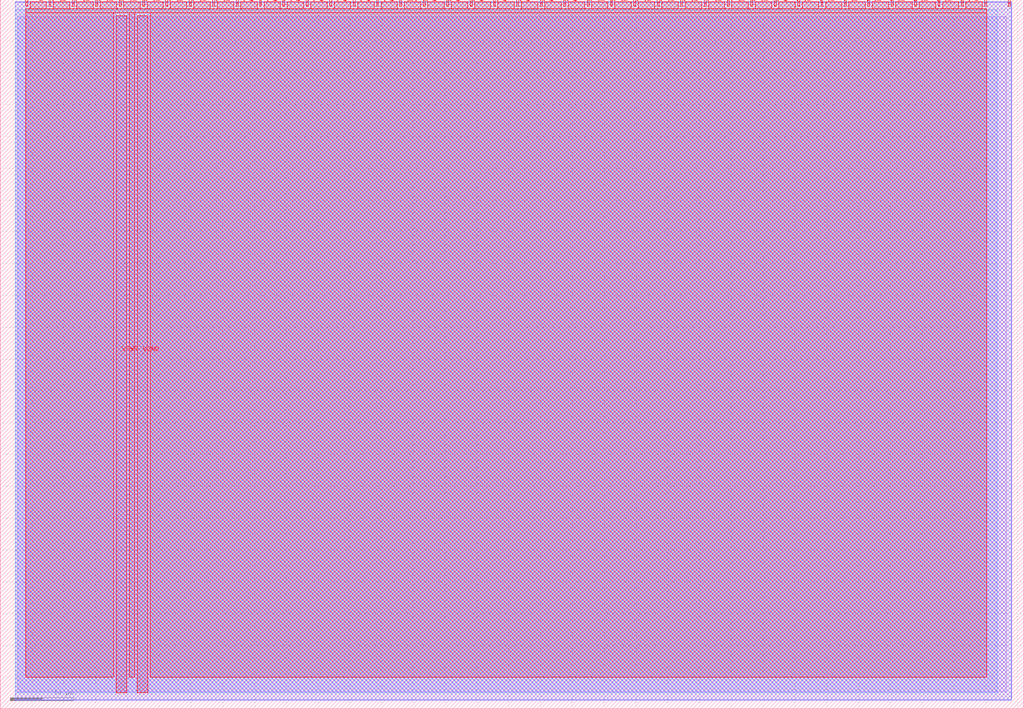
<source format=lef>
VERSION 5.7 ;
  NOWIREEXTENSIONATPIN ON ;
  DIVIDERCHAR "/" ;
  BUSBITCHARS "[]" ;
MACRO tt_um_toivoh_basilisc_2816_cpu_exp
  CLASS BLOCK ;
  FOREIGN tt_um_toivoh_basilisc_2816_cpu_exp ;
  ORIGIN 0.000 0.000 ;
  SIZE 161.000 BY 111.520 ;
  PIN VGND
    DIRECTION INOUT ;
    USE GROUND ;
    PORT
      LAYER met4 ;
        RECT 21.580 2.480 23.180 109.040 ;
    END
  END VGND
  PIN VPWR
    DIRECTION INOUT ;
    USE POWER ;
    PORT
      LAYER met4 ;
        RECT 18.280 2.480 19.880 109.040 ;
    END
  END VPWR
  PIN clk
    DIRECTION INPUT ;
    USE SIGNAL ;
    ANTENNAGATEAREA 0.852000 ;
    PORT
      LAYER met4 ;
        RECT 154.870 110.520 155.170 111.520 ;
    END
  END clk
  PIN ena
    DIRECTION INPUT ;
    USE SIGNAL ;
    PORT
      LAYER met4 ;
        RECT 158.550 110.520 158.850 111.520 ;
    END
  END ena
  PIN rst_n
    DIRECTION INPUT ;
    USE SIGNAL ;
    ANTENNAGATEAREA 0.126000 ;
    PORT
      LAYER met4 ;
        RECT 151.190 110.520 151.490 111.520 ;
    END
  END rst_n
  PIN ui_in[0]
    DIRECTION INPUT ;
    USE SIGNAL ;
    ANTENNAGATEAREA 0.126000 ;
    ANTENNADIFFAREA 0.434700 ;
    PORT
      LAYER met4 ;
        RECT 147.510 110.520 147.810 111.520 ;
    END
  END ui_in[0]
  PIN ui_in[1]
    DIRECTION INPUT ;
    USE SIGNAL ;
    ANTENNAGATEAREA 0.126000 ;
    ANTENNADIFFAREA 0.434700 ;
    PORT
      LAYER met4 ;
        RECT 143.830 110.520 144.130 111.520 ;
    END
  END ui_in[1]
  PIN ui_in[2]
    DIRECTION INPUT ;
    USE SIGNAL ;
    PORT
      LAYER met4 ;
        RECT 140.150 110.520 140.450 111.520 ;
    END
  END ui_in[2]
  PIN ui_in[3]
    DIRECTION INPUT ;
    USE SIGNAL ;
    PORT
      LAYER met4 ;
        RECT 136.470 110.520 136.770 111.520 ;
    END
  END ui_in[3]
  PIN ui_in[4]
    DIRECTION INPUT ;
    USE SIGNAL ;
    PORT
      LAYER met4 ;
        RECT 132.790 110.520 133.090 111.520 ;
    END
  END ui_in[4]
  PIN ui_in[5]
    DIRECTION INPUT ;
    USE SIGNAL ;
    PORT
      LAYER met4 ;
        RECT 129.110 110.520 129.410 111.520 ;
    END
  END ui_in[5]
  PIN ui_in[6]
    DIRECTION INPUT ;
    USE SIGNAL ;
    PORT
      LAYER met4 ;
        RECT 125.430 110.520 125.730 111.520 ;
    END
  END ui_in[6]
  PIN ui_in[7]
    DIRECTION INPUT ;
    USE SIGNAL ;
    PORT
      LAYER met4 ;
        RECT 121.750 110.520 122.050 111.520 ;
    END
  END ui_in[7]
  PIN uio_in[0]
    DIRECTION INPUT ;
    USE SIGNAL ;
    PORT
      LAYER met4 ;
        RECT 118.070 110.520 118.370 111.520 ;
    END
  END uio_in[0]
  PIN uio_in[1]
    DIRECTION INPUT ;
    USE SIGNAL ;
    PORT
      LAYER met4 ;
        RECT 114.390 110.520 114.690 111.520 ;
    END
  END uio_in[1]
  PIN uio_in[2]
    DIRECTION INPUT ;
    USE SIGNAL ;
    PORT
      LAYER met4 ;
        RECT 110.710 110.520 111.010 111.520 ;
    END
  END uio_in[2]
  PIN uio_in[3]
    DIRECTION INPUT ;
    USE SIGNAL ;
    PORT
      LAYER met4 ;
        RECT 107.030 110.520 107.330 111.520 ;
    END
  END uio_in[3]
  PIN uio_in[4]
    DIRECTION INPUT ;
    USE SIGNAL ;
    PORT
      LAYER met4 ;
        RECT 103.350 110.520 103.650 111.520 ;
    END
  END uio_in[4]
  PIN uio_in[5]
    DIRECTION INPUT ;
    USE SIGNAL ;
    PORT
      LAYER met4 ;
        RECT 99.670 110.520 99.970 111.520 ;
    END
  END uio_in[5]
  PIN uio_in[6]
    DIRECTION INPUT ;
    USE SIGNAL ;
    PORT
      LAYER met4 ;
        RECT 95.990 110.520 96.290 111.520 ;
    END
  END uio_in[6]
  PIN uio_in[7]
    DIRECTION INPUT ;
    USE SIGNAL ;
    PORT
      LAYER met4 ;
        RECT 92.310 110.520 92.610 111.520 ;
    END
  END uio_in[7]
  PIN uio_oe[0]
    DIRECTION OUTPUT ;
    USE SIGNAL ;
    ANTENNADIFFAREA 0.445500 ;
    PORT
      LAYER met4 ;
        RECT 29.750 110.520 30.050 111.520 ;
    END
  END uio_oe[0]
  PIN uio_oe[1]
    DIRECTION OUTPUT ;
    USE SIGNAL ;
    ANTENNADIFFAREA 0.445500 ;
    PORT
      LAYER met4 ;
        RECT 26.070 110.520 26.370 111.520 ;
    END
  END uio_oe[1]
  PIN uio_oe[2]
    DIRECTION OUTPUT ;
    USE SIGNAL ;
    ANTENNADIFFAREA 0.445500 ;
    PORT
      LAYER met4 ;
        RECT 22.390 110.520 22.690 111.520 ;
    END
  END uio_oe[2]
  PIN uio_oe[3]
    DIRECTION OUTPUT ;
    USE SIGNAL ;
    ANTENNADIFFAREA 0.445500 ;
    PORT
      LAYER met4 ;
        RECT 18.710 110.520 19.010 111.520 ;
    END
  END uio_oe[3]
  PIN uio_oe[4]
    DIRECTION OUTPUT ;
    USE SIGNAL ;
    ANTENNADIFFAREA 0.445500 ;
    PORT
      LAYER met4 ;
        RECT 15.030 110.520 15.330 111.520 ;
    END
  END uio_oe[4]
  PIN uio_oe[5]
    DIRECTION OUTPUT ;
    USE SIGNAL ;
    ANTENNADIFFAREA 0.445500 ;
    PORT
      LAYER met4 ;
        RECT 11.350 110.520 11.650 111.520 ;
    END
  END uio_oe[5]
  PIN uio_oe[6]
    DIRECTION OUTPUT ;
    USE SIGNAL ;
    ANTENNADIFFAREA 0.445500 ;
    PORT
      LAYER met4 ;
        RECT 7.670 110.520 7.970 111.520 ;
    END
  END uio_oe[6]
  PIN uio_oe[7]
    DIRECTION OUTPUT ;
    USE SIGNAL ;
    ANTENNADIFFAREA 0.445500 ;
    PORT
      LAYER met4 ;
        RECT 3.990 110.520 4.290 111.520 ;
    END
  END uio_oe[7]
  PIN uio_out[0]
    DIRECTION OUTPUT ;
    USE SIGNAL ;
    ANTENNADIFFAREA 0.445500 ;
    PORT
      LAYER met4 ;
        RECT 59.190 110.520 59.490 111.520 ;
    END
  END uio_out[0]
  PIN uio_out[1]
    DIRECTION OUTPUT ;
    USE SIGNAL ;
    ANTENNADIFFAREA 0.445500 ;
    PORT
      LAYER met4 ;
        RECT 55.510 110.520 55.810 111.520 ;
    END
  END uio_out[1]
  PIN uio_out[2]
    DIRECTION OUTPUT ;
    USE SIGNAL ;
    ANTENNADIFFAREA 0.445500 ;
    PORT
      LAYER met4 ;
        RECT 51.830 110.520 52.130 111.520 ;
    END
  END uio_out[2]
  PIN uio_out[3]
    DIRECTION OUTPUT ;
    USE SIGNAL ;
    ANTENNADIFFAREA 0.445500 ;
    PORT
      LAYER met4 ;
        RECT 48.150 110.520 48.450 111.520 ;
    END
  END uio_out[3]
  PIN uio_out[4]
    DIRECTION OUTPUT ;
    USE SIGNAL ;
    ANTENNADIFFAREA 0.445500 ;
    PORT
      LAYER met4 ;
        RECT 44.470 110.520 44.770 111.520 ;
    END
  END uio_out[4]
  PIN uio_out[5]
    DIRECTION OUTPUT ;
    USE SIGNAL ;
    ANTENNADIFFAREA 0.445500 ;
    PORT
      LAYER met4 ;
        RECT 40.790 110.520 41.090 111.520 ;
    END
  END uio_out[5]
  PIN uio_out[6]
    DIRECTION OUTPUT ;
    USE SIGNAL ;
    ANTENNADIFFAREA 0.445500 ;
    PORT
      LAYER met4 ;
        RECT 37.110 110.520 37.410 111.520 ;
    END
  END uio_out[6]
  PIN uio_out[7]
    DIRECTION OUTPUT ;
    USE SIGNAL ;
    ANTENNADIFFAREA 0.445500 ;
    PORT
      LAYER met4 ;
        RECT 33.430 110.520 33.730 111.520 ;
    END
  END uio_out[7]
  PIN uo_out[0]
    DIRECTION OUTPUT ;
    USE SIGNAL ;
    ANTENNADIFFAREA 0.445500 ;
    PORT
      LAYER met4 ;
        RECT 88.630 110.520 88.930 111.520 ;
    END
  END uo_out[0]
  PIN uo_out[1]
    DIRECTION OUTPUT ;
    USE SIGNAL ;
    ANTENNADIFFAREA 0.445500 ;
    PORT
      LAYER met4 ;
        RECT 84.950 110.520 85.250 111.520 ;
    END
  END uo_out[1]
  PIN uo_out[2]
    DIRECTION OUTPUT ;
    USE SIGNAL ;
    ANTENNADIFFAREA 0.445500 ;
    PORT
      LAYER met4 ;
        RECT 81.270 110.520 81.570 111.520 ;
    END
  END uo_out[2]
  PIN uo_out[3]
    DIRECTION OUTPUT ;
    USE SIGNAL ;
    ANTENNADIFFAREA 0.445500 ;
    PORT
      LAYER met4 ;
        RECT 77.590 110.520 77.890 111.520 ;
    END
  END uo_out[3]
  PIN uo_out[4]
    DIRECTION OUTPUT ;
    USE SIGNAL ;
    ANTENNADIFFAREA 0.445500 ;
    PORT
      LAYER met4 ;
        RECT 73.910 110.520 74.210 111.520 ;
    END
  END uo_out[4]
  PIN uo_out[5]
    DIRECTION OUTPUT ;
    USE SIGNAL ;
    ANTENNADIFFAREA 0.445500 ;
    PORT
      LAYER met4 ;
        RECT 70.230 110.520 70.530 111.520 ;
    END
  END uo_out[5]
  PIN uo_out[6]
    DIRECTION OUTPUT ;
    USE SIGNAL ;
    ANTENNADIFFAREA 0.445500 ;
    PORT
      LAYER met4 ;
        RECT 66.550 110.520 66.850 111.520 ;
    END
  END uo_out[6]
  PIN uo_out[7]
    DIRECTION OUTPUT ;
    USE SIGNAL ;
    ANTENNADIFFAREA 0.445500 ;
    PORT
      LAYER met4 ;
        RECT 62.870 110.520 63.170 111.520 ;
    END
  END uo_out[7]
  OBS
      LAYER li1 ;
        RECT 2.760 2.635 158.240 108.885 ;
      LAYER met1 ;
        RECT 2.370 1.400 159.090 111.140 ;
      LAYER met2 ;
        RECT 2.390 1.370 159.060 111.170 ;
      LAYER met3 ;
        RECT 2.365 2.555 156.795 109.985 ;
      LAYER met4 ;
        RECT 4.690 110.120 7.270 111.170 ;
        RECT 8.370 110.120 10.950 111.170 ;
        RECT 12.050 110.120 14.630 111.170 ;
        RECT 15.730 110.120 18.310 111.170 ;
        RECT 19.410 110.120 21.990 111.170 ;
        RECT 23.090 110.120 25.670 111.170 ;
        RECT 26.770 110.120 29.350 111.170 ;
        RECT 30.450 110.120 33.030 111.170 ;
        RECT 34.130 110.120 36.710 111.170 ;
        RECT 37.810 110.120 40.390 111.170 ;
        RECT 41.490 110.120 44.070 111.170 ;
        RECT 45.170 110.120 47.750 111.170 ;
        RECT 48.850 110.120 51.430 111.170 ;
        RECT 52.530 110.120 55.110 111.170 ;
        RECT 56.210 110.120 58.790 111.170 ;
        RECT 59.890 110.120 62.470 111.170 ;
        RECT 63.570 110.120 66.150 111.170 ;
        RECT 67.250 110.120 69.830 111.170 ;
        RECT 70.930 110.120 73.510 111.170 ;
        RECT 74.610 110.120 77.190 111.170 ;
        RECT 78.290 110.120 80.870 111.170 ;
        RECT 81.970 110.120 84.550 111.170 ;
        RECT 85.650 110.120 88.230 111.170 ;
        RECT 89.330 110.120 91.910 111.170 ;
        RECT 93.010 110.120 95.590 111.170 ;
        RECT 96.690 110.120 99.270 111.170 ;
        RECT 100.370 110.120 102.950 111.170 ;
        RECT 104.050 110.120 106.630 111.170 ;
        RECT 107.730 110.120 110.310 111.170 ;
        RECT 111.410 110.120 113.990 111.170 ;
        RECT 115.090 110.120 117.670 111.170 ;
        RECT 118.770 110.120 121.350 111.170 ;
        RECT 122.450 110.120 125.030 111.170 ;
        RECT 126.130 110.120 128.710 111.170 ;
        RECT 129.810 110.120 132.390 111.170 ;
        RECT 133.490 110.120 136.070 111.170 ;
        RECT 137.170 110.120 139.750 111.170 ;
        RECT 140.850 110.120 143.430 111.170 ;
        RECT 144.530 110.120 147.110 111.170 ;
        RECT 148.210 110.120 150.790 111.170 ;
        RECT 151.890 110.120 154.470 111.170 ;
        RECT 3.975 109.440 155.185 110.120 ;
        RECT 3.975 4.935 17.880 109.440 ;
        RECT 20.280 4.935 21.180 109.440 ;
        RECT 23.580 4.935 155.185 109.440 ;
  END
END tt_um_toivoh_basilisc_2816_cpu_exp
END LIBRARY


</source>
